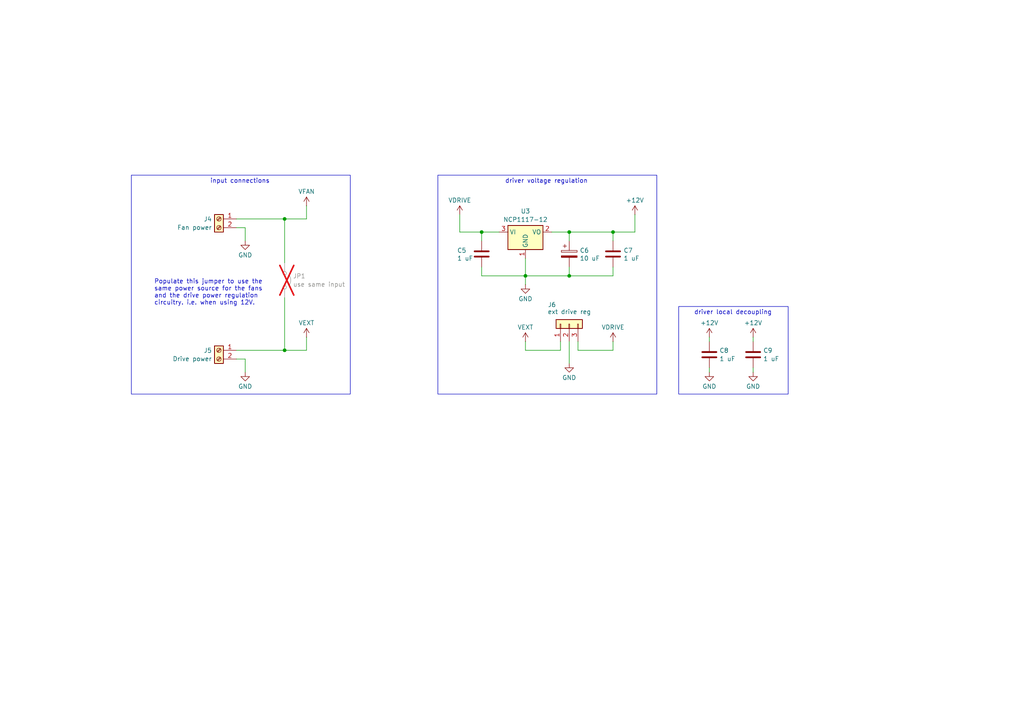
<source format=kicad_sch>
(kicad_sch (version 20250114) (generator "eeschema") (generator_version "9.0")
  (paper "A4")
  (lib_symbols
    (symbol "Connector:Screw_Terminal_01x02" (pin_names (offset 1.016) (hide yes))
      (property "Reference" "J" (at 0 2.54 0))
      (property "Value" "Screw_Terminal_01x02" (at 0 -5.08 0))
      (symbol "Screw_Terminal_01x02_1_1"
        (rectangle (start -1.27 1.27) (end 1.27 -3.81) (stroke (width 0.254)) (fill (type background)))
        (polyline (pts (xy -0.5334 0.3302) (xy 0.3302 -0.508)) (stroke (width 0.1524)))
        (polyline (pts (xy -0.5334 -2.2098) (xy 0.3302 -3.048)) (stroke (width 0.1524)))
        (polyline (pts (xy -0.3556 0.508) (xy 0.508 -0.3302)) (stroke (width 0.1524)))
        (polyline (pts (xy -0.3556 -2.032) (xy 0.508 -2.8702)) (stroke (width 0.1524)))
        (circle (center 0 0) (radius 0.635) (stroke (width 0.1524)))
        (circle (center 0 -2.54) (radius 0.635) (stroke (width 0.1524)))
        (pin passive line (at -5.08 0 0) (length 3.81) (name "Pin_1") (number "1"))
        (pin passive line (at -5.08 -2.54 0) (length 3.81) (name "Pin_2") (number "2"))
      )
    )
    (symbol "Connector_Generic:Conn_01x03" (pin_names (offset 1.016) (hide yes))
      (property "Reference" "J" (at 0 5.08 0))
      (property "Value" "Conn_01x03" (at 0 -5.08 0))
      (symbol "Conn_01x03_1_1"
        (rectangle (start -1.27 3.81) (end 1.27 -3.81) (stroke (width 0.254)) (fill (type background)))
        (rectangle (start -1.27 2.667) (end 0 2.413) (stroke (width 0.1524)))
        (rectangle (start -1.27 0.127) (end 0 -0.127) (stroke (width 0.1524)))
        (rectangle (start -1.27 -2.413) (end 0 -2.667) (stroke (width 0.1524)))
        (pin passive line (at -5.08 2.54 0) (length 3.81) (name "Pin_1") (number "1"))
        (pin passive line (at -5.08 0 0) (length 3.81) (name "Pin_2") (number "2"))
        (pin passive line (at -5.08 -2.54 0) (length 3.81) (name "Pin_3") (number "3"))
      )
    )
    (symbol "Device:C" (pin_numbers (hide yes)) (pin_names (offset 0.254))
      (property "Reference" "C" (at 0.635 2.54 0))
      (property "Value" "C" (at 0.635 -2.54 0))
      (symbol "C_0_1"
        (polyline (pts (xy -2.032 0.762) (xy 2.032 0.762)) (stroke (width 0.508)))
        (polyline (pts (xy -2.032 -0.762) (xy 2.032 -0.762)) (stroke (width 0.508)))
      )
      (symbol "C_1_1"
        (pin passive line (at 0 3.81 270) (length 2.794) (name "~") (number "1"))
        (pin passive line (at 0 -3.81 90) (length 2.794) (name "~") (number "2"))
      )
    )
    (symbol "Device:C_Polarized" (pin_numbers (hide yes)) (pin_names (offset 0.254))
      (property "Reference" "C" (at 0.635 2.54 0))
      (property "Value" "C_Polarized" (at 0.635 -2.54 0))
      (symbol "C_Polarized_0_1"
        (rectangle (start -2.286 0.508) (end 2.286 1.016))
        (polyline (pts (xy -1.778 2.286) (xy -0.762 2.286)))
        (polyline (pts (xy -1.27 2.794) (xy -1.27 1.778)))
        (rectangle (start 2.286 -0.508) (end -2.286 -1.016) (fill (type outline)))
      )
      (symbol "C_Polarized_1_1"
        (pin passive line (at 0 3.81 270) (length 2.794) (name "~") (number "1"))
        (pin passive line (at 0 -3.81 90) (length 2.794) (name "~") (number "2"))
      )
    )
    (symbol "Jumper:Jumper_2_Open" (pin_numbers (hide yes)) (pin_names (offset 0) (hide yes)) (exclude_from_sim yes)
      (property "Reference" "JP" (at 0 2.794 0))
      (property "Value" "Jumper_2_Open" (at 0 -2.286 0))
      (symbol "Jumper_2_Open_0_0"
        (circle (center -2.032 0) (radius 0.508))
        (circle (center 2.032 0) (radius 0.508))
      )
      (symbol "Jumper_2_Open_0_1"
        (arc (start -1.524 1.27) (mid 0 1.778) (end 1.524 1.27))
      )
      (symbol "Jumper_2_Open_1_1"
        (pin passive line (at -5.08 0 0) (length 2.54) (name "A") (number "1"))
        (pin passive line (at 5.08 0 180) (length 2.54) (name "B") (number "2"))
      )
    )
    (symbol "Regulator_Linear:NCP1117-12_SOT223"
      (property "Reference" "U" (at -3.81 3.175 0))
      (property "Value" "NCP1117-12_SOT223" (at 0 3.175 0))
      (symbol "NCP1117-12_SOT223_0_1"
        (rectangle (start -5.08 -5.08) (end 5.08 1.905) (stroke (width 0.254)) (fill (type background)))
      )
      (symbol "NCP1117-12_SOT223_1_1"
        (pin power_in line (at -7.62 0 0) (length 2.54) (name "VI") (number "3"))
        (pin power_in line (at 0 -7.62 90) (length 2.54) (name "GND") (number "1"))
        (pin power_out line (at 7.62 0 180) (length 2.54) (name "VO") (number "2"))
      )
    )
    (symbol "power:GND" (power) (pin_numbers (hide yes)) (pin_names (offset 0) (hide yes))
      (property "Value" "GND" (at 0 -3.81 0))
      (symbol "GND_0_1"
        (polyline (pts (xy 0 0) (xy 0 -1.27) (xy 1.27 -1.27) (xy 0 -2.54) (xy -1.27 -1.27) (xy 0 -1.27)))
      )
      (symbol "GND_1_1"
        (pin power_in line (at 0 0 270) (length 0) (name "~") (number "1"))
      )
    )
    (symbol "power:VBUS" (power) (pin_numbers (hide yes)) (pin_names (offset 0) (hide yes))
      (property "Value" "VBUS" (at 0 3.556 0))
      (symbol "VBUS_0_1"
        (polyline (pts (xy -0.762 1.27) (xy 0 2.54)))
        (polyline (pts (xy 0 2.54) (xy 0.762 1.27)))
        (polyline (pts (xy 0 0) (xy 0 2.54)))
      )
      (symbol "VBUS_1_1"
        (pin power_in line (at 0 0 90) (length 0) (name "~") (number "1"))
      )
    )
  )
  (rectangle (start 127 50.8) (end 190.5 114.3))
  (rectangle (start 196.85 88.9) (end 228.6 114.3))
  (rectangle (start 38.1 50.8) (end 101.6 114.3))
  (text "driver local decoupling" (at 212.598 91.44 0) (effects (font (size 1.27 1.27)) (justify bottom)))
  (text "input connections" (at 69.596 53.34 0) (effects (font (size 1.27 1.27)) (justify bottom)))
  (text "Populate this jumper to use the\nsame power source for the fans\nand the drive power regulation\ncircuitry. i.e. when using 12V.\n" (at 44.704 84.836 0) (effects (font (size 1.27 1.27)) (justify left)))
  (text "driver voltage regulation" (at 158.496 53.34 0) (effects (font (size 1.27 1.27)) (justify bottom)))
  (junction (at 139.7 67.31))
  (junction (at 82.55 101.6))
  (junction (at 82.55 63.5))
  (junction (at 165.1 67.31))
  (junction (at 152.4 80.01))
  (junction (at 177.8 67.31))
  (junction (at 165.1 80.01))
  (wire (pts (xy 82.55 101.6) (xy 88.9 101.6)))
  (wire (pts (xy 139.7 80.01) (xy 152.4 80.01)))
  (wire (pts (xy 167.64 101.6) (xy 167.64 99.06)))
  (wire (pts (xy 177.8 77.47) (xy 177.8 80.01)))
  (wire (pts (xy 162.56 99.06) (xy 162.56 101.6)))
  (wire (pts (xy 218.44 106.68) (xy 218.44 107.95)))
  (wire (pts (xy 133.35 62.23) (xy 133.35 67.31)))
  (wire (pts (xy 88.9 97.79) (xy 88.9 101.6)))
  (wire (pts (xy 177.8 80.01) (xy 165.1 80.01)))
  (wire (pts (xy 68.58 66.04) (xy 71.12 66.04)))
  (wire (pts (xy 139.7 69.85) (xy 139.7 67.31)))
  (wire (pts (xy 82.55 63.5) (xy 88.9 63.5)))
  (wire (pts (xy 88.9 59.69) (xy 88.9 63.5)))
  (wire (pts (xy 165.1 99.06) (xy 165.1 105.41)))
  (wire (pts (xy 205.74 106.68) (xy 205.74 107.95)))
  (wire (pts (xy 82.55 63.5) (xy 82.55 76.2)))
  (wire (pts (xy 160.02 67.31) (xy 165.1 67.31)))
  (wire (pts (xy 165.1 67.31) (xy 177.8 67.31)))
  (wire (pts (xy 162.56 101.6) (xy 152.4 101.6)))
  (wire (pts (xy 82.55 86.36) (xy 82.55 101.6)))
  (wire (pts (xy 177.8 67.31) (xy 177.8 69.85)))
  (wire (pts (xy 165.1 77.47) (xy 165.1 80.01)))
  (wire (pts (xy 71.12 66.04) (xy 71.12 69.85)))
  (wire (pts (xy 68.58 63.5) (xy 82.55 63.5)))
  (wire (pts (xy 177.8 101.6) (xy 167.64 101.6)))
  (wire (pts (xy 139.7 67.31) (xy 144.78 67.31)))
  (wire (pts (xy 139.7 77.47) (xy 139.7 80.01)))
  (wire (pts (xy 165.1 69.85) (xy 165.1 67.31)))
  (wire (pts (xy 184.15 67.31) (xy 184.15 62.23)))
  (wire (pts (xy 205.74 97.79) (xy 205.74 99.06)))
  (wire (pts (xy 177.8 99.06) (xy 177.8 101.6)))
  (wire (pts (xy 177.8 67.31) (xy 184.15 67.31)))
  (wire (pts (xy 218.44 97.79) (xy 218.44 99.06)))
  (wire (pts (xy 71.12 104.14) (xy 71.12 107.95)))
  (wire (pts (xy 152.4 101.6) (xy 152.4 99.06)))
  (wire (pts (xy 152.4 74.93) (xy 152.4 80.01)))
  (wire (pts (xy 68.58 104.14) (xy 71.12 104.14)))
  (wire (pts (xy 152.4 80.01) (xy 152.4 82.55)))
  (wire (pts (xy 165.1 80.01) (xy 152.4 80.01)))
  (wire (pts (xy 133.35 67.31) (xy 139.7 67.31)))
  (wire (pts (xy 68.58 101.6) (xy 82.55 101.6)))
  (symbol (lib_id "Regulator_Linear:NCP1117-12_SOT223") (at 152.4 67.31 0) (unit 1)
    (property "Reference" "U3" (at 152.4 61.2605 0))
    (property "Value" "NCP1117-12" (at 152.4 63.6848 0))
    (property "Footprint" "Package_TO_SOT_SMD:SOT-223-3_TabPin2" (effects (hide yes)))
    (property "Datasheet" "http://www.onsemi.com/pub_link/Collateral/NCP1117-D.PDF" (effects (hide yes)))
    (property "Description" "1A Low drop-out regulator, Fixed Output 12V, SOT-223" (effects (hide yes)))
  )
  (symbol (lib_id "Jumper:Jumper_2_Open") (at 82.55 81.28 270) (unit 1) (in_bom no) (dnp yes)
    (property "Reference" "JP1" (at 84.963 80.0678 90) (effects (justify left)))
    (property "Value" "use same input" (at 84.963 82.4921 90) (effects (justify left)))
    (property "Footprint" "Resistor_THT:R_Axial_DIN0411_L9.9mm_D3.6mm_P12.70mm_Horizontal" (effects (hide yes)))
    (property "Description" "Jumper, 2-pole, open" (effects (hide yes)))
  )
  (symbol (lib_id "power:VBUS") (at 184.15 62.23 0) (unit 1)
    (property "Reference" "#PWR010" (effects (hide yes)))
    (property "Value" "+12V" (at 184.15 58.0969 0))
  )
  (symbol (lib_id "power:VBUS") (at 88.9 59.69 0) (unit 1)
    (property "Reference" "#PWR016" (effects (hide yes)))
    (property "Value" "VFAN" (at 88.9 55.5569 0))
  )
  (symbol (lib_id "power:GND") (at 165.1 105.41 0) (unit 1)
    (property "Reference" "#PWR030" (effects (hide yes)))
    (property "Value" "GND" (at 165.1 109.5431 0))
  )
  (symbol (lib_id "Device:C") (at 205.74 102.87 0) (unit 1)
    (property "Reference" "C8" (at 208.661 101.6578 0) (effects (justify left)))
    (property "Value" "1 uF" (at 208.661 104.0821 0) (effects (justify left)))
    (property "Description" "Unpolarized capacitor" (effects (hide yes)))
  )
  (symbol (lib_id "power:GND") (at 71.12 107.95 0) (unit 1)
    (property "Reference" "#PWR027" (effects (hide yes)))
    (property "Value" "GND" (at 71.12 112.0831 0))
  )
  (symbol (lib_id "power:VBUS") (at 205.74 97.79 0) (unit 1)
    (property "Reference" "#PWR012" (effects (hide yes)))
    (property "Value" "+12V" (at 205.74 93.6569 0))
  )
  (symbol (lib_id "Connector:Screw_Terminal_01x02") (at 63.5 63.5 0) (mirror y) (unit 1)
    (property "Reference" "J4" (at 61.468 63.5579 0) (effects (justify left)))
    (property "Value" "Fan power" (at 61.468 65.9821 0) (effects (justify left)))
    (property "Footprint" "TerminalBlock:TerminalBlock_MaiXu_MX126-5.0-02P_1x02_P5.00mm" (effects (hide yes)))
  )
  (symbol (lib_id "Connector_Generic:Conn_01x03") (at 165.1 93.98 90) (unit 1)
    (property "Reference" "J6" (at 161.29 88.392 90) (effects (justify left)))
    (property "Value" "ext drive reg" (at 171.45 90.424 90) (effects (justify left)))
    (property "Description" "Generic connector, single row, 01x03, script generated (kicad-library-utils/schlib/autogen/connector/)" (effects (hide yes)))
  )
  (symbol (lib_id "power:VBUS") (at 152.4 99.06 0) (unit 1)
    (property "Reference" "#PWR028" (effects (hide yes)))
    (property "Value" "VEXT" (at 152.4 94.9269 0))
  )
  (symbol (lib_id "power:GND") (at 152.4 82.55 0) (unit 1)
    (property "Reference" "#PWR013" (effects (hide yes)))
    (property "Value" "GND" (at 152.4 86.6831 0))
  )
  (symbol (lib_id "Device:C") (at 139.7 73.66 0) (unit 1)
    (property "Reference" "C5" (at 132.588 72.644 0) (effects (justify left)))
    (property "Value" "1 uF" (at 132.588 74.93 0) (effects (justify left)))
    (property "Description" "Unpolarized capacitor" (effects (hide yes)))
  )
  (symbol (lib_id "power:GND") (at 218.44 107.95 0) (unit 1)
    (property "Reference" "#PWR032" (effects (hide yes)))
    (property "Value" "GND" (at 218.44 112.0831 0))
  )
  (symbol (lib_id "power:VBUS") (at 133.35 62.23 0) (unit 1)
    (property "Reference" "#PWR09" (effects (hide yes)))
    (property "Value" "VDRIVE" (at 133.35 58.0969 0))
  )
  (symbol (lib_id "power:GND") (at 205.74 107.95 0) (unit 1)
    (property "Reference" "#PWR014" (effects (hide yes)))
    (property "Value" "GND" (at 205.74 112.0831 0))
  )
  (symbol (lib_id "power:VBUS") (at 177.8 99.06 0) (unit 1)
    (property "Reference" "#PWR029" (effects (hide yes)))
    (property "Value" "VDRIVE" (at 177.8 94.9269 0))
  )
  (symbol (lib_id "Device:C_Polarized") (at 165.1 73.66 0) (unit 1)
    (property "Reference" "C6" (at 168.148 72.644 0) (effects (justify left)))
    (property "Value" "10 uF" (at 168.148 74.93 0) (effects (justify left)))
    (property "Description" "Polarized capacitor" (effects (hide yes)))
  )
  (symbol (lib_id "Device:C") (at 218.44 102.87 0) (unit 1)
    (property "Reference" "C9" (at 221.361 101.6578 0) (effects (justify left)))
    (property "Value" "1 uF" (at 221.361 104.0821 0) (effects (justify left)))
    (property "Description" "Unpolarized capacitor" (effects (hide yes)))
  )
  (symbol (lib_id "Device:C") (at 177.8 73.66 0) (unit 1)
    (property "Reference" "C7" (at 180.848 72.644 0) (effects (justify left)))
    (property "Value" "1 uF" (at 180.848 74.93 0) (effects (justify left)))
    (property "Description" "Unpolarized capacitor" (effects (hide yes)))
  )
  (symbol (lib_id "Connector:Screw_Terminal_01x02") (at 63.5 101.6 0) (mirror y) (unit 1)
    (property "Reference" "J5" (at 61.468 101.6579 0) (effects (justify left)))
    (property "Value" "Drive power" (at 61.468 104.0821 0) (effects (justify left)))
    (property "Footprint" "TerminalBlock:TerminalBlock_MaiXu_MX126-5.0-02P_1x02_P5.00mm" (effects (hide yes)))
  )
  (symbol (lib_id "power:VBUS") (at 218.44 97.79 0) (unit 1)
    (property "Reference" "#PWR031" (effects (hide yes)))
    (property "Value" "+12V" (at 218.44 93.6569 0))
  )
  (symbol (lib_id "power:VBUS") (at 88.9 97.79 0) (unit 1)
    (property "Reference" "#PWR015" (effects (hide yes)))
    (property "Value" "VEXT" (at 88.9 93.6569 0))
  )
  (symbol (lib_id "power:GND") (at 71.12 69.85 0) (unit 1)
    (property "Reference" "#PWR017" (effects (hide yes)))
    (property "Value" "GND" (at 71.12 73.9831 0))
  )
)
</source>
